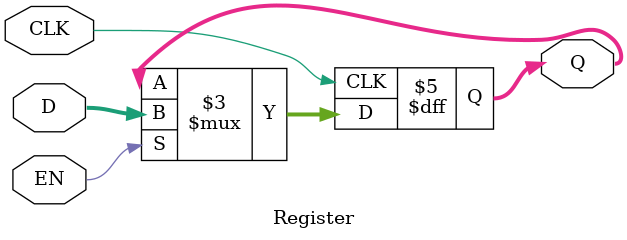
<source format=v>
`timescale 1ns / 1ps
module Register(
    input [15:0] D,
    input EN,
    output reg[15:0] Q,
	 input CLK
    );
	
	always @(posedge CLK)
		if (EN == 1)
			Q <= D;

endmodule

</source>
